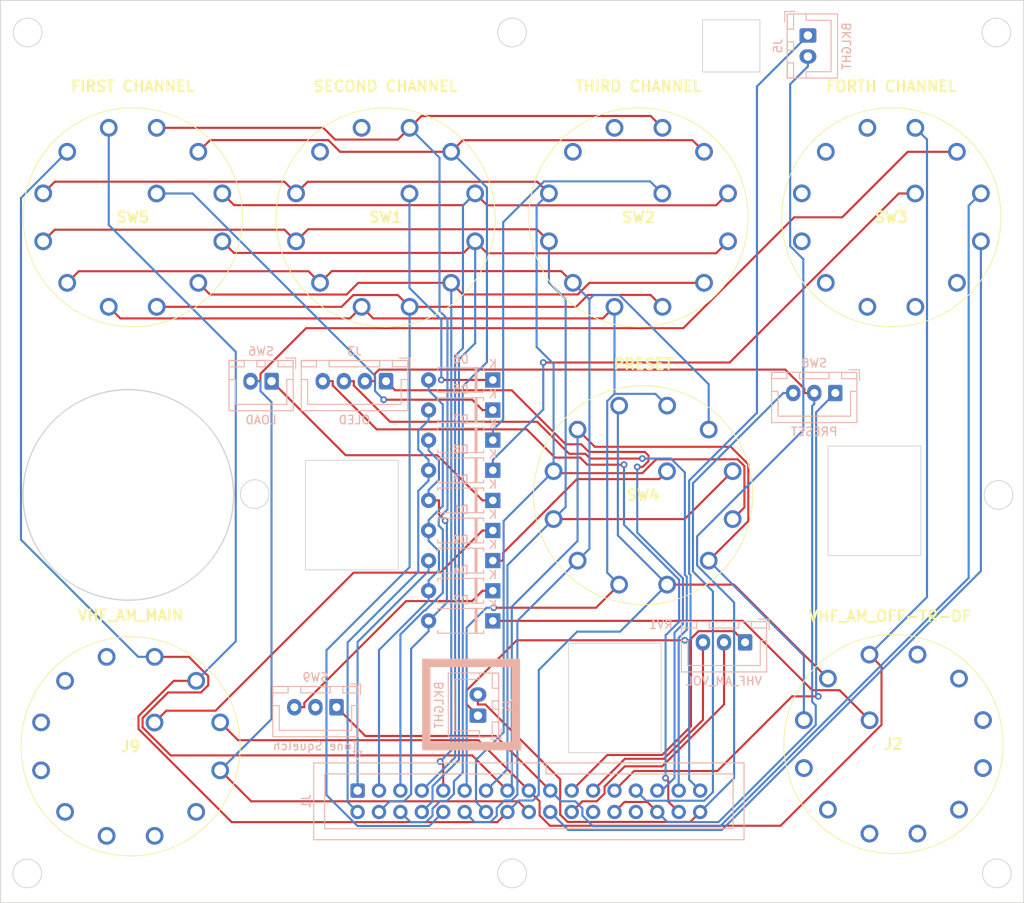
<source format=kicad_pcb>
(kicad_pcb (version 20240108) (generator "pcbnew") (generator_version "8.0")
  (layers (0 "F.Cu" signal) (31 "B.Cu" signal) (34 "B.Paste" user) (35 "F.Paste" user) (36 "B.SilkS" user "B.Silkscreen") (37 "F.SilkS" user "F.Silkscreen") (38 "B.Mask" user) (39 "F.Mask" user) (44 "Edge.Cuts" user))
  (net 0 "")
  (net 1 "Net-(D1-K)")
  (net 2 "COL5")
  (net 3 "Net-(D2-K)")
  (net 4 "Net-(D3-K)")
  (net 5 "Net-(D4-K)")
  (net 6 "COL6")
  (net 7 "Net-(D9-K)")
  (net 8 "+5V")
  (net 9 "COL4")
  (net 10 "GND")
  (net 11 "COL3")
  (net 12 "ROW0")
  (net 13 "ROW1")
  (net 14 "VHF_FM_OLED_SD")
  (net 15 "ROW15")
  (net 16 "ROW14")
  (net 17 "ROW5")
  (net 18 "Net-(D5-K)")
  (net 20 "ROW8")
  (net 21 "ROW2")
  (net 22 "Net-(D6-K)")
  (net 23 "ROW12")
  (net 24 "Net-(D7-K)")
  (net 25 "Net-(D8-K)")
  (net 26 "ROW9")
  (net 28 "ROW4")
  (net 30 "ROW11")
  (net 31 "ANALOG_5V")
  (net 32 "ROW13")
  (net 36 "BACKLIGHT_-V")
  (net 37 "ROW6")
  (net 43 "ROW3")
  (net 46 "ROW10")
  (net 47 "ROW7")
  (net 48 "+12V")
  (net 51 "ANALOG_GND")
  (net 52 "VHF_FM_PRESET_B")
  (net 70 "VHF_FM_OLED_SC")
  (net 71 "VHF_FM_VOL")
  (net 72 "VHF_FM_PRESET_A")
  (footprint "Footprint Library:ALPHA 12 POS" (layer "F.Cu") (at 170.503 134.503 90)
    (property "Reference" "J2")
    (property "Value" "VHF_AM_OFF-TR-DF")
  )
  (footprint "Footprint Library:ALPHA 12 POS" (layer "F.Cu") (at 132.475 58.5)
    (property "Reference" "SW2")
    (property "Value" "THIRD CHANNEL")
  )
  (footprint "Footprint Library:ALPHA 12 POS" (layer "F.Cu") (at 72.225 121.3)
    (property "Reference" "J9")
    (property "Value" "VHF_AM_MAIN")
  )
  (footprint "Footprint Library:ALPHA 12 POS" (layer "F.Cu") (at 72.475 58.5)
    (property "Reference" "SW5")
    (property "Value" "FIRST CHANNEL")
  )
  (footprint "Footprint Library:ALPHA 12 POS" (layer "F.Cu") (at 162.475 58.5)
    (property "Reference" "SW3")
    (property "Value" "FORTH CHANNEL")
  )
  (footprint "Footprint Library:ALPHA 12 POS" (layer "F.Cu") (at 102.475 58.5)
    (property "Reference" "SW1")
    (property "Value" "SECOND CHANNEL")
  )
  (footprint "Footprint Library:ALPHA 12 POS" (layer "F.Cu") (at 133.028 91.475)
    (property "Reference" "SW4")
    (property "Value" "PRESET")
  )
  (footprint "Diode_THT:D_A-405_P7.62mm_Horizontal" (layer "B.Cu") (at 125.82 80.65 180)
    (property "Reference" "D6")
    (property "Value" "D")
  )
  (footprint "Connector_JST:JST_XH_B2B-XH-A_1x02_P2.50mm_Vertical" (layer "B.Cu") (at 163.2 39.76 -90)
    (property "Reference" "J5")
    (property "Value" "BKLGHT")
  )
  (footprint "Connector_JST:JST_XH_B3B-XH-A_1x03_P2.50mm_Vertical" (layer "B.Cu") (at 155.75 111.8 180)
    (property "Reference" "RV1")
    (property "Value" "VHF_AM_VOL")
  )
  (footprint "Diode_THT:D_A-405_P7.62mm_Horizontal" (layer "B.Cu") (at 125.82 105.675 180)
    (property "Reference" "D4")
    (property "Value" "D")
  )
  (footprint "Diode_THT:D_A-405_P7.62mm_Horizontal" (layer "B.Cu") (at 125.82 87.8 180)
    (property "Reference" "D7")
    (property "Value" "D")
  )
  (footprint "Diode_THT:D_A-405_P7.62mm_Horizontal" (layer "B.Cu") (at 125.82 102.1 180)
    (property "Reference" "D9")
    (property "Value" "D")
  )
  (footprint "Connector_JST:JST_XH_B3B-XH-A_1x03_P2.50mm_Vertical" (layer "B.Cu") (at 166.455 82.2 180)
    (property "Reference" "SW8")
    (property "Value" "PRESET")
  )
  (footprint "Connector_JST:JST_XH_B4B-XH-A_1x04_P2.50mm_Vertical" (layer "B.Cu") (at 113.15 80.8 180)
    (property "Reference" "J3")
    (property "Value" "OLED")
  )
  (footprint "Diode_THT:D_A-405_P7.62mm_Horizontal" (layer "B.Cu") (at 125.82 109.25 180)
    (property "Reference" "D2")
    (property "Value" "D")
  )
  (footprint "Connector_JST:JST_XH_B2B-XH-A_1x02_P2.50mm_Vertical" (layer "B.Cu") (at 124.05 120.5 90)
    (property "Reference" "J4")
    (property "Value" "BKLGHT")
  )
  (footprint "Diode_THT:D_A-405_P7.62mm_Horizontal" (layer "B.Cu") (at 125.82 91.375 180)
    (property "Reference" "D8")
    (property "Value" "D")
  )
  (footprint "Diode_THT:D_A-405_P7.62mm_Horizontal" (layer "B.Cu") (at 125.82 98.525 180)
    (property "Reference" "D1")
    (property "Value" "D")
  )
  (footprint "Diode_THT:D_A-405_P7.62mm_Horizontal" (layer "B.Cu") (at 125.82 84.225 180)
    (property "Reference" "D5")
    (property "Value" "D")
  )
  (footprint "Connector_JST:JST_XH_B3B-XH-A_1x03_P2.50mm_Vertical" (layer "B.Cu") (at 107.275 119.5 180)
    (property "Reference" "SW9")
    (property "Value" "Tone Squelch")
  )
  (footprint "Diode_THT:D_A-405_P7.62mm_Horizontal" (layer "B.Cu") (at 125.82 94.95 180)
    (property "Reference" "D3")
    (property "Value" "D")
  )
  (footprint "Connector_IDC:IDC-Header_2x17_P2.54mm_Vertical" (layer "B.Cu") (at 109.775 129.4 -90)
    (property "Reference" "J1")
    (property "Value" "VHF_FM")
  )
  (footprint "Connector_JST:JST_XH_B2B-XH-A_1x02_P2.50mm_Vertical" (layer "B.Cu") (at 99.575 80.8 180)
    (property "Reference" "SW6")
    (property "Value" "LOAD")
  )
  (gr_rect (start 118.280351 113.81) (end 128.965751 114.67) (stroke (width 0.15)) (fill solid) (layer "B.SilkS"))
  (gr_rect (start 117.5646 123.69) (end 129.15 124.55) (stroke (width 0.15)) (fill solid) (layer "B.SilkS"))
  (gr_rect (start 117.5 113.825) (end 118.36 124.475) (stroke (width 0.15)) (fill solid) (layer "B.SilkS"))
  (gr_rect (start 128.118051 114.33) (end 128.978051 124.37) (stroke (width 0.15)) (fill solid) (layer "B.SilkS"))
  (gr_circle (center 185.563058 39.403884) (end 187.266942 39.403884) (stroke (width 0.1)) (fill none) (layer "Edge.Cuts"))
  (gr_circle (center 128.1 39.403884) (end 129.803884 39.403884) (stroke (width 0.1)) (fill none) (layer "Edge.Cuts"))
  (gr_circle (center 82.571399 94.3) (end 95.067798 94.3) (stroke (width 0.15)) (fill none) (layer "Edge.Cuts"))
  (gr_circle (center 185.615 139.23) (end 187.318884 139.23) (stroke (width 0.1)) (fill none) (layer "Edge.Cuts"))
  (gr_rect (start 67.4 35.6) (end 188.8 142.7) (stroke (width 0.1)) (fill none) (layer "Edge.Cuts"))
  (gr_rect (start 103.6 90.2) (end 114.6 103.2) (stroke (width 0.1)) (fill none) (layer "Edge.Cuts"))
  (gr_circle (center 97.575 94.2) (end 99.278884 94.2) (stroke (width 0.1)) (fill none) (layer "Edge.Cuts"))
  (gr_circle (center 70.636942 39.403884) (end 72.340826 39.403884) (stroke (width 0.1)) (fill none) (layer "Edge.Cuts"))
  (gr_rect (start 134.8 111.9) (end 145.8 124.9) (stroke (width 0.1)) (fill none) (layer "Edge.Cuts"))
  (gr_circle (center 70.585 139.23) (end 72.288884 139.23) (stroke (width 0.1)) (fill none) (layer "Edge.Cuts"))
  (gr_circle (center 185.813058 94.3) (end 187.516942 94.3) (stroke (width 0.1)) (fill none) (layer "Edge.Cuts"))
  (gr_rect (start 165.6 88.5) (end 176.6 101.5) (stroke (width 0.1)) (fill none) (layer "Edge.Cuts"))
  (gr_circle (center 128.1 139.23) (end 129.803884 139.23) (stroke (width 0.1)) (fill none) (layer "Edge.Cuts"))
  (gr_rect (start 150.7 37.9) (end 157.5 44.1) (stroke (width 0.1)) (fill none) (layer "Edge.Cuts"))
  (segment (start 109.305 103.5252) (end 92.9174 119.9128) (width 0.25) (layer "F.Cu") (net 1))
  (segment (start 92.9174 119.9128) (end 87.0842 119.9128) (width 0.25) (layer "F.Cu") (net 1))
  (segment (start 87.0842 119.9128) (end 85.678 121.319) (width 0.25) (layer "F.Cu") (net 1))
  (segment (start 119.5931 103.5252) (end 109.305 103.5252) (width 0.25) (layer "F.Cu") (net 1))
  (segment (start 124.5933 98.525) (end 119.5931 103.5252) (width 0.25) (layer "F.Cu") (net 1))
  (segment (start 125.82 98.525) (end 124.5933 98.525) (width 0.25) (layer "F.Cu") (net 1))
  (segment (start 118.2 105.675) (end 118.2 104.4483) (width 0.25) (layer "B.Cu") (net 2))
  (segment (start 119.8811 83.5578) (end 119.8811 95.6172) (width 0.25) (layer "B.Cu") (net 2))
  (segment (start 118.2 99.1383) (end 118.2 99.7517) (width 0.25) (layer "B.Cu") (net 2))
  (segment (start 119.4267 103.2216) (end 118.2 104.4483) (width 0.25) (layer "B.Cu") (net 2))
  (segment (start 118.2 99.7517) (end 119.4267 100.9784) (width 0.25) (layer "B.Cu") (net 2))
  (segment (start 118.2 105.675) (end 118.2 106.9017) (width 0.25) (layer "B.Cu") (net 2))
  (segment (start 112.315 112.71) (end 118.1233 106.9017) (width 0.25) (layer "B.Cu") (net 2))
  (segment (start 118.2 98.525) (end 118.2 97.2983) (width 0.25) (layer "B.Cu") (net 2))
  (segment (start 118.2 99.1383) (end 118.2 98.525) (width 0.25) (layer "B.Cu") (net 2))
  (segment (start 119.8811 95.6172) (end 118.2 97.2983) (width 0.25) (layer "B.Cu") (net 2))
  (segment (start 118.1233 106.9017) (end 118.2 106.9017) (width 0.25) (layer "B.Cu") (net 2))
  (segment (start 119.4267 100.9784) (end 119.4267 103.2216) (width 0.25) (layer "B.Cu") (net 2))
  (segment (start 118.2 81.8767) (end 119.8811 83.5578) (width 0.25) (layer "B.Cu") (net 2))
  (segment (start 112.315 129.4) (end 112.315 112.71) (width 0.25) (layer "B.Cu") (net 2))
  (segment (start 118.2 80.65) (end 118.2 81.8767) (width 0.25) (layer "B.Cu") (net 2))
  (segment (start 155.4783 109.25) (end 125.82 109.25) (width 0.25) (layer "F.Cu") (net 3))
  (segment (start 163.7115 117.4832) (end 155.4783 109.25) (width 0.25) (layer "F.Cu") (net 3))
  (segment (start 166.9552 117.4832) (end 163.7115 117.4832) (width 0.25) (layer "F.Cu") (net 3))
  (segment (start 170.522 121.05) (end 166.9552 117.4832) (width 0.25) (layer "F.Cu") (net 3))
  (segment (start 125.82 94.95) (end 124.5933 94.95) (width 0.25) (layer "F.Cu") (net 4))
  (segment (start 119.2308 89.5875) (end 108.3625 89.5875) (width 0.25) (layer "F.Cu") (net 4))
  (segment (start 108.3625 89.5875) (end 99.575 80.8) (width 0.25) (layer "F.Cu") (net 4))
  (segment (start 124.5933 94.95) (end 119.2308 89.5875) (width 0.25) (layer "F.Cu") (net 4))
  (segment (start 103.4517 118.9852) (end 103.4517 119.5) (width 0.25) (layer "F.Cu") (net 5))
  (segment (start 123.3666 106.9017) (end 115.5352 106.9017) (width 0.25) (layer "F.Cu") (net 5))
  (segment (start 115.5352 106.9017) (end 103.4517 118.9852) (width 0.25) (layer "F.Cu") (net 5))
  (segment (start 102.275 119.5) (end 103.4517 119.5) (width 0.25) (layer "F.Cu") (net 5))
  (segment (start 125.82 105.675) (end 124.5933 105.675) (width 0.25) (layer "F.Cu") (net 5))
  (segment (start 124.5933 105.675) (end 123.3666 106.9017) (width 0.25) (layer "F.Cu") (net 5))
  (segment (start 119.4267 96.6213) (end 120.1594 97.354) (width 0.25) (layer "F.Cu") (net 6))
  (segment (start 119.4267 94.95) (end 119.4267 96.6213) (width 0.25) (layer "F.Cu") (net 6))
  (segment (start 118.2 94.95) (end 119.4267 94.95) (width 0.25) (layer "F.Cu") (net 6))
  (via (at 120.1594 97.354) (size 0.8) (drill 0.4) (layers "F.Cu" "B.Cu") (net 6))
  (segment (start 112.315 131.94) (end 113.585 130.67) (width 0.25) (layer "B.Cu") (net 6))
  (segment (start 118.2 109.25) (end 118.2 110.4767) (width 0.25) (layer "B.Cu") (net 6))
  (segment (start 113.585 130.67) (end 115.2859 130.67) (width 0.25) (layer "B.Cu") (net 6))
  (segment (start 116.125 112.5517) (end 118.2 110.4767) (width 0.25) (layer "B.Cu") (net 6))
  (segment (start 119.4286 92.4947) (end 119.4286 90.2553) (width 0.25) (layer "B.Cu") (net 6))
  (segment (start 118.2 87.8) (end 118.2 89.0267) (width 0.25) (layer "B.Cu") (net 6))
  (segment (start 116.125 129.8309) (end 116.125 112.5517) (width 0.25) (layer "B.Cu") (net 6))
  (segment (start 120.3692 97.5638) (end 120.1594 97.354) (width 0.25) (layer "B.Cu") (net 6))
  (segment (start 118.2 93.7233) (end 119.4286 92.4947) (width 0.25) (layer "B.Cu") (net 6))
  (segment (start 115.2859 130.67) (end 116.125 129.8309) (width 0.25) (layer "B.Cu") (net 6))
  (segment (start 119.4286 90.2553) (end 118.2 89.0267) (width 0.25) (layer "B.Cu") (net 6))
  (segment (start 118.2 109.25) (end 120.3692 107.0808) (width 0.25) (layer "B.Cu") (net 6))
  (segment (start 118.2 94.95) (end 118.2 93.7233) (width 0.25) (layer "B.Cu") (net 6))
  (segment (start 120.3692 107.0808) (end 120.3692 97.5638) (width 0.25) (layer "B.Cu") (net 6))
  (segment (start 145.5518 92.4232) (end 146.481 91.494) (width 0.25) (layer "F.Cu") (net 7))
  (segment (start 125.82 102.1) (end 127.0467 102.1) (width 0.25) (layer "F.Cu") (net 7))
  (segment (start 135.8035 92.4232) (end 145.5518 92.4232) (width 0.25) (layer "F.Cu") (net 7))
  (segment (start 127.0467 102.1) (end 127.0467 101.18) (width 0.25) (layer "F.Cu") (net 7))
  (segment (start 127.0467 101.18) (end 135.8035 92.4232) (width 0.25) (layer "F.Cu") (net 7))
  (segment (start 128.0516 81.8767) (end 134.4678 88.2929) (width 0.25) (layer "F.Cu") (net 8))
  (segment (start 113.15 80.8) (end 114.2267 81.8767) (width 0.25) (layer "F.Cu") (net 8))
  (segment (start 144.2901 89.6317) (end 144.2901 90.2849) (width 0.25) (layer "F.Cu") (net 8))
  (segment (start 137.2203 89.1973) (end 143.8557 89.1973) (width 0.25) (layer "F.Cu") (net 8))
  (segment (start 143.6014 90.9736) (end 142.9543 90.9736) (width 0.25) (layer "F.Cu") (net 8))
  (segment (start 143.8557 89.1973) (end 144.2901 89.6317) (width 0.25) (layer "F.Cu") (net 8))
  (segment (start 134.4678 88.2929) (end 136.3159 88.2929) (width 0.25) (layer "F.Cu") (net 8))
  (segment (start 136.3159 88.2929) (end 137.2203 89.1973) (width 0.25) (layer "F.Cu") (net 8))
  (segment (start 144.2901 90.2849) (end 143.6014 90.9736) (width 0.25) (layer "F.Cu") (net 8))
  (segment (start 114.2267 81.8767) (end 128.0516 81.8767) (width 0.25) (layer "F.Cu") (net 8))
  (via (at 142.9543 90.9736) (size 0.8) (drill 0.4) (layers "F.Cu" "B.Cu") (net 8))
  (segment (start 145.335 129.4) (end 145.864 129.4) (width 0.25) (layer "B.Cu") (net 8))
  (segment (start 148.3733 104.1906) (end 142.9543 98.7716) (width 0.25) (layer "B.Cu") (net 8))
  (segment (start 148.3733 109.6401) (end 148.3733 104.1906) (width 0.25) (layer "B.Cu") (net 8))
  (segment (start 147.3769 110.6365) (end 148.3733 109.6401) (width 0.25) (layer "B.Cu") (net 8))
  (segment (start 147.3769 127.8871) (end 147.3769 110.6365) (width 0.25) (layer "B.Cu") (net 8))
  (segment (start 145.864 129.4) (end 147.3769 127.8871) (width 0.25) (layer "B.Cu") (net 8))
  (segment (start 142.9543 98.7716) (end 142.9543 90.9736) (width 0.25) (layer "B.Cu") (net 8))
  (segment (start 118.2 91.375) (end 118.2 92.6017) (width 0.25) (layer "B.Cu") (net 9))
  (segment (start 116.9733 88.9216) (end 118.2 90.1483) (width 0.25) (layer "B.Cu") (net 9))
  (segment (start 118.2 85.4517) (end 116.9733 86.6784) (width 0.25) (layer "B.Cu") (net 9))
  (segment (start 108.5899 130.7549) (end 108.5899 111.809) (width 0.25) (layer "B.Cu") (net 9))
  (segment (start 116.9733 103.4256) (end 116.9733 93.8284) (width 0.25) (layer "B.Cu") (net 9))
  (segment (start 118.2 84.225) (end 118.2 85.4517) (width 0.25) (layer "B.Cu") (net 9))
  (segment (start 108.5899 111.809) (end 116.9733 103.4256) (width 0.25) (layer "B.Cu") (net 9))
  (segment (start 118.2 91.375) (end 118.2 90.1483) (width 0.25) (layer "B.Cu") (net 9))
  (segment (start 116.9733 86.6784) (end 116.9733 88.9216) (width 0.25) (layer "B.Cu") (net 9))
  (segment (start 109.775 131.94) (end 108.5899 130.7549) (width 0.25) (layer "B.Cu") (net 9))
  (segment (start 116.9733 93.8284) (end 118.2 92.6017) (width 0.25) (layer "B.Cu") (net 9))
  (segment (start 110.65 80.8) (end 111.8267 80.8) (width 0.25) (layer "F.Cu") (net 10))
  (segment (start 111.8267 79.9175) (end 111.8267 80.8) (width 0.25) (layer "F.Cu") (net 10))
  (segment (start 145.335 131.94) (end 144.1444 130.7494) (width 0.25) (layer "F.Cu") (net 10))
  (segment (start 160.5164 79.4233) (end 112.3209 79.4233) (width 0.25) (layer "F.Cu") (net 10))
  (segment (start 162.7783 82.2) (end 162.7783 81.6852) (width 0.25) (layer "F.Cu") (net 10))
  (segment (start 162.7783 81.6852) (end 160.5164 79.4233) (width 0.25) (layer "F.Cu") (net 10))
  (segment (start 163.955 82.2) (end 162.7783 82.2) (width 0.25) (layer "F.Cu") (net 10))
  (segment (start 144.1444 130.7494) (end 141.4456 130.7494) (width 0.25) (layer "F.Cu") (net 10))
  (segment (start 141.4456 130.7494) (end 140.255 131.94) (width 0.25) (layer "F.Cu") (net 10))
  (segment (start 112.3209 79.4233) (end 111.8267 79.9175) (width 0.25) (layer "F.Cu") (net 10))
  (segment (start 152.5977 133.1434) (end 146.5384 133.1434) (width 0.25) (layer "B.Cu") (net 10))
  (segment (start 163.955 83.5017) (end 163.7049 83.7518) (width 0.25) (layer "B.Cu") (net 10))
  (segment (start 163.955 82.2) (end 163.955 83.5017) (width 0.25) (layer "B.Cu") (net 10))
  (segment (start 163.7049 118.8682) (end 164.1329 119.2962) (width 0.25) (layer "B.Cu") (net 10))
  (segment (start 164.1329 119.2962) (end 164.1329 121.6082) (width 0.25) (layer "B.Cu") (net 10))
  (segment (start 164.1329 121.6082) (end 152.5977 133.1434) (width 0.25) (layer "B.Cu") (net 10))
  (segment (start 146.5384 133.1434) (end 145.335 131.94) (width 0.25) (layer "B.Cu") (net 10))
  (segment (start 163.7049 83.7518) (end 163.7049 118.8682) (width 0.25) (layer "B.Cu") (net 10))
  (segment (start 118.2 102.1) (end 118.2 103.3267) (width 0.25) (layer "B.Cu") (net 11))
  (segment (start 109.775 129.4) (end 109.775 111.7517) (width 0.25) (layer "B.Cu") (net 11))
  (segment (start 109.775 111.7517) (end 118.2 103.3267) (width 0.25) (layer "B.Cu") (net 11))
  (segment (start 107.111 52.1233) (end 114.5457 52.1233) (width 0.25) (layer "F.Cu") (net 12))
  (segment (start 114.5457 52.1233) (end 115.947 50.722) (width 0.25) (layer "F.Cu") (net 12))
  (segment (start 144.5416 49.3166) (end 145.947 50.722) (width 0.25) (layer "F.Cu") (net 12))
  (segment (start 85.947 50.722) (end 105.7097 50.722) (width 0.25) (layer "F.Cu") (net 12))
  (segment (start 115.947 50.722) (end 117.3524 49.3166) (width 0.25) (layer "F.Cu") (net 12))
  (segment (start 105.7097 50.722) (end 107.111 52.1233) (width 0.25) (layer "F.Cu") (net 12))
  (segment (start 117.3524 49.3166) (end 144.5416 49.3166) (width 0.25) (layer "F.Cu") (net 12))
  (segment (start 119.8881 105.9171) (end 117.7861 108.0191) (width 0.25) (layer "B.Cu") (net 12))
  (segment (start 120.4357 73.4067) (end 120.4357 96.0342) (width 0.25) (layer "B.Cu") (net 12))
  (segment (start 119.3996 97.0703) (end 119.3996 97.9326) (width 0.25) (layer "B.Cu") (net 12))
  (segment (start 114.855 110.8601) (end 114.855 129.4) (width 0.25) (layer "B.Cu") (net 12))
  (segment (start 117.7861 108.0191) (end 117.696 108.0191) (width 0.25) (layer "B.Cu") (net 12))
  (segment (start 119.4953 54.2703) (end 119.4953 72.4663) (width 0.25) (layer "B.Cu") (net 12))
  (segment (start 120.4357 96.0342) (end 119.3996 97.0703) (width 0.25) (layer "B.Cu") (net 12))
  (segment (start 117.696 108.0191) (end 114.855 110.8601) (width 0.25) (layer "B.Cu") (net 12))
  (segment (start 115.947 50.722) (end 119.4953 54.2703) (width 0.25) (layer "B.Cu") (net 12))
  (segment (start 119.8881 98.4211) (end 119.8881 105.9171) (width 0.25) (layer "B.Cu") (net 12))
  (segment (start 119.4953 72.4663) (end 120.4357 73.4067) (width 0.25) (layer "B.Cu") (net 12))
  (segment (start 119.3996 97.9326) (end 119.8881 98.4211) (width 0.25) (layer "B.Cu") (net 12))
  (segment (start 122.2578 52.1892) (end 149.4982 52.1892) (width 0.25) (layer "F.Cu") (net 13))
  (segment (start 149.4982 52.1892) (end 150.878 53.569) (width 0.25) (layer "F.Cu") (net 13))
  (segment (start 92.2674 52.1796) (end 106.3033 52.1796) (width 0.25) (layer "F.Cu") (net 13))
  (segment (start 120.878 53.569) (end 122.2578 52.1892) (width 0.25) (layer "F.Cu") (net 13))
  (segment (start 107.6927 53.569) (end 120.878 53.569) (width 0.25) (layer "F.Cu") (net 13))
  (segment (start 106.3033 52.1796) (end 107.6927 53.569) (width 0.25) (layer "F.Cu") (net 13))
  (segment (start 90.878 53.569) (end 92.2674 52.1796) (width 0.25) (layer "F.Cu") (net 13))
  (segment (start 122.2505 127.2542) (end 121.205 128.2997) (width 0.25) (layer "B.Cu") (net 13))
  (segment (start 122.2505 81.4123) (end 122.2505 127.2542) (width 0.25) (layer "B.Cu") (net 13))
  (segment (start 118.665 131.5459) (end 118.665 132.3605) (width 0.25) (layer "B.Cu") (net 13))
  (segment (start 119.5781 130.6328) (end 118.665 131.5459) (width 0.25) (layer "B.Cu") (net 13))
  (segment (start 121.205 128.2997) (end 121.205 129.7986) (width 0.25) (layer "B.Cu") (net 13))
  (segment (start 117.885 133.1405) (end 116.0555 133.1405) (width 0.25) (layer "B.Cu") (net 13))
  (segment (start 125.1218 78.541) (end 122.2505 81.4123) (width 0.25) (layer "B.Cu") (net 13))
  (segment (start 121.205 129.7986) (end 120.3708 130.6328) (width 0.25) (layer "B.Cu") (net 13))
  (segment (start 120.878 53.569) (end 125.1218 57.8128) (width 0.25) (layer "B.Cu") (net 13))
  (segment (start 120.3708 130.6328) (end 119.5781 130.6328) (width 0.25) (layer "B.Cu") (net 13))
  (segment (start 118.665 132.3605) (end 117.885 133.1405) (width 0.25) (layer "B.Cu") (net 13))
  (segment (start 125.1218 57.8128) (end 125.1218 78.541) (width 0.25) (layer "B.Cu") (net 13))
  (segment (start 116.0555 133.1405) (end 114.855 131.94) (width 0.25) (layer "B.Cu") (net 13))
  (segment (start 133.1926 89.8686) (end 129.8449 86.5209) (width 0.25) (layer "F.Cu") (net 14))
  (segment (start 147.875 131.94) (end 146.6326 130.6976) (width 0.25) (layer "F.Cu") (net 14))
  (segment (start 112.037 86.5209) (end 106.8267 81.3106) (width 0.25) (layer "F.Cu") (net 14))
  (segment (start 141.3818 90.7117) (end 137.0211 90.7117) (width 0.25) (layer "F.Cu") (net 14))
  (segment (start 137.0211 90.7117) (end 136.178 89.8686) (width 0.25) (layer "F.Cu") (net 14))
  (segment (start 105.65 80.8) (end 106.8267 80.8) (width 0.25) (layer "F.Cu") (net 14))
  (segment (start 136.178 89.8686) (end 133.1926 89.8686) (width 0.25) (layer "F.Cu") (net 14))
  (segment (start 146.6326 130.6976) (end 146.6326 128.2248) (width 0.25) (layer "F.Cu") (net 14))
  (segment (start 146.6326 128.2248) (end 146.3168 127.909) (width 0.25) (layer "F.Cu") (net 14))
  (segment (start 106.8267 81.3106) (end 106.8267 80.8) (width 0.25) (layer "F.Cu") (net 14))
  (segment (start 129.8449 86.5209) (end 112.037 86.5209) (width 0.25) (layer "F.Cu") (net 14))
  (via (at 146.3168 127.909) (size 0.8) (drill 0.4) (layers "F.Cu" "B.Cu") (net 14))
  (via (at 141.3818 90.7117) (size 0.8) (drill 0.4) (layers "F.Cu" "B.Cu") (net 14))
  (segment (start 147.9216 109.3624) (end 146.3168 110.9672) (width 0.25) (layer "B.Cu") (net 14))
  (segment (start 147.9216 104.3798) (end 147.9216 109.3624) (width 0.25) (layer "B.Cu") (net 14))
  (segment (start 141.3818 97.84) (end 147.9216 104.3798) (width 0.25) (layer "B.Cu") (net 14))
  (segment (start 141.3818 90.7117) (end 141.3818 97.84) (width 0.25) (layer "B.Cu") (net 14))
  (segment (start 146.3168 110.9672) (end 146.3168 127.909) (width 0.25) (layer "B.Cu") (net 14))
  (segment (start 134.7685 134.0735) (end 152.9877 134.0735) (width 0.25) (layer "B.Cu") (net 15))
  (segment (start 183.725 103.3362) (end 183.725 64.194) (width 0.25) (layer "B.Cu") (net 15))
  (segment (start 132.635 131.94) (end 134.7685 134.0735) (width 0.25) (layer "B.Cu") (net 15))
  (segment (start 152.9877 134.0735) (end 183.725 103.3362) (width 0.25) (layer "B.Cu") (net 15))
  (segment (start 126.1496 122.9146) (end 110.6896 122.9146) (width 0.25) (layer "F.Cu") (net 16))
  (segment (start 132.635 129.4) (end 126.1496 122.9146) (width 0.25) (layer "F.Cu") (net 16))
  (segment (start 110.6896 122.9146) (end 107.275 119.5) (width 0.25) (layer "F.Cu") (net 16))
  (segment (start 182.2717 104.1484) (end 152.7983 133.6218) (width 0.25) (layer "B.Cu") (net 16))
  (segment (start 183.725 58.5) (end 182.2717 59.9533) (width 0.25) (layer "B.Cu") (net 16))
  (segment (start 152.7983 133.6218) (end 137.6994 133.6218) (width 0.25) (layer "B.Cu") (net 16))
  (segment (start 133.905 130.67) (end 132.635 129.4) (width 0.25) (layer "B.Cu") (net 16))
  (segment (start 136.445 131.5091) (end 135.6059 130.67) (width 0.25) (layer "B.Cu") (net 16))
  (segment (start 135.6059 130.67) (end 133.905 130.67) (width 0.25) (layer "B.Cu") (net 16))
  (segment (start 182.2717 59.9533) (end 182.2717 104.1484) (width 0.25) (layer "B.Cu") (net 16))
  (segment (start 137.6994 133.6218) (end 136.445 132.3674) (width 0.25) (layer "B.Cu") (net 16))
  (segment (start 136.445 132.3674) (end 136.445 131.5091) (width 0.25) (layer "B.Cu") (net 16))
  (segment (start 107.8697 71.972) (end 85.947 71.972) (width 0.25) (layer "F.Cu") (net 17))
  (segment (start 115.947 71.972) (end 114.545 70.57) (width 0.25) (layer "F.Cu") (net 17))
  (segment (start 114.545 70.57) (end 109.2717 70.57) (width 0.25) (layer "F.Cu") (net 17))
  (segment (start 137.111 70.5591) (end 135.6981 71.972) (width 0.25) (layer "F.Cu") (net 17))
  (segment (start 145.947 71.972) (end 144.5341 70.5591) (width 0.25) (layer "F.Cu") (net 17))
  (segment (start 135.6981 71.972) (end 115.947 71.972) (width 0.25) (layer "F.Cu") (net 17))
  (segment (start 144.5341 70.5591) (end 137.111 70.5591) (width 0.25) (layer "F.Cu") (net 17))
  (segment (start 109.2717 70.57) (end 107.8697 71.972) (width 0.25) (layer "F.Cu") (net 17))
  (segment (start 109.7602 133.5991) (end 118.2759 133.5991) (width 0.25) (layer "B.Cu") (net 17))
  (segment (start 106.0815 112.7393) (end 106.0815 129.9204) (width 0.25) (layer "B.Cu") (net 17))
  (segment (start 106.0815 129.9204) (end 109.7602 133.5991) (width 0.25) (layer "B.Cu") (net 17))
  (segment (start 115.947 71.972) (end 115.947 102.8738) (width 0.25) (layer "B.Cu") (net 17))
  (segment (start 115.947 102.8738) (end 106.0815 112.7393) (width 0.25) (layer "B.Cu") (net 17))
  (segment (start 118.2759 133.5991) (end 119.935 131.94) (width 0.25) (layer "B.Cu") (net 17))
  (segment (start 112.8723 82.9971) (end 123.3654 82.9971) (width 0.25) (layer "F.Cu") (net 18))
  (segment (start 123.3654 82.9971) (end 124.5933 84.225) (width 0.25) (layer "F.Cu") (net 18))
  (segment (start 125.82 84.225) (end 124.5933 84.225) (width 0.25) (layer "F.Cu") (net 18))
  (via (at 112.8723 82.9971) (size 0.8) (drill 0.4) (layers "F.Cu" "B.Cu") (net 18))
  (segment (start 90.1998 58.519) (end 111.8429 80.1621) (width 0.25) (layer "B.Cu") (net 18))
  (segment (start 111.8429 81.9677) (end 112.8723 82.9971) (width 0.25) (layer "B.Cu") (net 18))
  (segment (start 85.928 58.519) (end 90.1998 58.519) (width 0.25) (layer "B.Cu") (net 18))
  (segment (start 111.8429 80.1621) (end 111.8429 81.9677) (width 0.25) (layer "B.Cu") (net 18))
  (segment (start 133.028 97.169) (end 148.584 97.169) (width 0.25) (layer "F.Cu") (net 20))
  (segment (start 131.045 62.764) (end 132.475 64.194) (width 0.25) (layer "F.Cu") (net 20))
  (segment (start 103.905 62.764) (end 131.045 62.764) (width 0.25) (layer "F.Cu") (net 20))
  (segment (start 73.8518 62.8172) (end 72.475 64.194) (width 0.25) (layer "F.Cu") (net 20))
  (segment (start 101.0982 62.8172) (end 73.8518 62.8172) (width 0.25) (layer "F.Cu") (net 20))
  (segment (start 148.584 97.169) (end 154.278 91.475) (width 0.25) (layer "F.Cu") (net 20))
  (segment (start 102.475 64.194) (end 101.0982 62.8172) (width 0.25) (layer "F.Cu") (net 20))
  (segment (start 102.475 64.194) (end 103.905 62.764) (width 0.25) (layer "F.Cu") (net 20))
  (segment (start 133.028 97.169) (end 127.5521 102.6449) (width 0.25) (layer "B.Cu") (net 20))
  (segment (start 132.475 69.0815) (end 132.475 64.194) (width 0.25) (layer "B.Cu") (net 20))
  (segment (start 134.459 95.738) (end 134.459 71.0655) (width 0.25) (layer "B.Cu") (net 20))
  (segment (start 127.5521 102.6449) (end 127.5521 126.8629) (width 0.25) (layer "B.Cu") (net 20))
  (segment (start 133.028 97.169) (end 134.459 95.738) (width 0.25) (layer "B.Cu") (net 20))
  (segment (start 134.459 71.0655) (end 132.475 69.0815) (width 0.25) (layer "B.Cu") (net 20))
  (segment (start 127.5521 126.8629) (end 125.015 129.4) (width 0.25) (layer "B.Cu") (net 20))
  (segment (start 93.725 58.5) (end 95.1303 59.9053) (width 0.25) (layer "F.Cu") (net 21))
  (segment (start 122.3197 59.9053) (end 123.725 58.5) (width 0.25) (layer "F.Cu") (net 21))
  (segment (start 95.1303 59.9053) (end 122.3197 59.9053) (width 0.25) (layer "F.Cu") (net 21))
  (segment (start 123.725 58.5) (end 125.1445 59.9195) (width 0.25) (layer "F.Cu") (net 21))
  (segment (start 152.3055 59.9195) (end 153.725 58.5) (width 0.25) (layer "F.Cu") (net 21))
  (segment (start 125.1445 59.9195) (end 152.3055 59.9195) (width 0.25) (layer "F.Cu") (net 21))
  (segment (start 122.2741 59.9509) (end 122.2741 76.8748) (width 0.25) (layer "B.Cu") (net 21))
  (segment (start 121.3456 77.8033) (end 121.3456 125.4494) (width 0.25) (layer "B.Cu") (net 21))
  (segment (start 121.3456 125.4494) (end 117.395 129.4) (width 0.25) (layer "B.Cu") (net 21))
  (segment (start 123.725 58.5) (end 122.2741 59.9509) (width 0.25) (layer "B.Cu") (net 21))
  (segment (start 122.2741 76.8748) (end 121.3456 77.8033) (width 0.25) (layer "B.Cu") (net 21))
  (segment (start 125.82 80.65) (end 119.708 80.65) (width 0.25) (layer "F.Cu") (net 22))
  (via (at 119.708 80.65) (size 0.8) (drill 0.4) (layers "F.Cu" "B.Cu") (net 22))
  (segment (start 115.928 58.519) (end 115.928 69.7309) (width 0.25) (layer "B.Cu") (net 22))
  (segment (start 119.708 73.5109) (end 119.708 80.65) (width 0.25) (layer "B.Cu") (net 22))
  (segment (start 115.928 69.7309) (end 119.708 73.5109) (width 0.25) (layer "B.Cu") (net 22))
  (segment (start 124.1129 123.4179) (end 130.095 129.4) (width 0.25) (layer "F.Cu") (net 23))
  (segment (start 159.9498 133.5731) (end 171.9335 121.5894) (width 0.25) (layer "F.Cu") (net 23))
  (segment (start 132.5969 133.5731) (end 159.9498 133.5731) (width 0.25) (layer "F.Cu") (net 23))
  (segment (start 131.365 132.3412) (end 132.5969 133.5731) (width 0.25) (layer "F.Cu") (net 23))
  (segment (start 131.365 130.67) (end 131.365 132.3412) (width 0.25) (layer "F.Cu") (net 23))
  (segment (start 130.095 129.4) (end 131.365 130.67) (width 0.25) (layer "F.Cu") (net 23))
  (segment (start 171.9335 114.6835) (end 170.503 113.253) (width 0.25) (layer "F.Cu") (net 23))
  (segment (start 93.475 121.3) (end 95.5929 123.4179) (width 0.25) (layer "F.Cu") (net 23))
  (segment (start 95.5929 123.4179) (end 124.1129 123.4179) (width 0.25) (layer "F.Cu") (net 23))
  (segment (start 171.9335 121.5894) (end 171.9335 114.6835) (width 0.25) (layer "F.Cu") (net 23))
  (segment (start 177.3298 52.1048) (end 177.3298 106.4262) (width 0.25) (layer "B.Cu") (net 23))
  (segment (start 177.3298 106.4262) (end 170.503 113.253) (width 0.25) (layer "B.Cu") (net 23))
  (segment (start 175.947 50.722) (end 177.3298 52.1048) (width 0.25) (layer "B.Cu") (net 23))
  (segment (start 144.4905 57.0815) (end 145.928 58.519) (width 0.25) (layer "B.Cu") (net 24))
  (segment (start 125.82 87.8) (end 125.82 86.5733) (width 0.25) (layer "B.Cu") (net 24))
  (segment (start 127.0467 85.3466) (end 127.0467 61.9324) (width 0.25) (layer "B.Cu") (net 24))
  (segment (start 131.8976 57.0815) (end 144.4905 57.0815) (width 0.25) (layer "B.Cu") (net 24))
  (segment (start 127.0467 61.9324) (end 131.8976 57.0815) (width 0.25) (layer "B.Cu") (net 24))
  (segment (start 125.82 86.5733) (end 127.0467 85.3466) (width 0.25) (layer "B.Cu") (net 24))
  (segment (start 153.9163 78.5837) (end 173.981 58.519) (width 0.25) (layer "F.Cu") (net 25))
  (segment (start 173.981 58.519) (end 175.928 58.519) (width 0.25) (layer "F.Cu") (net 25))
  (segment (start 131.8041 78.5837) (end 153.9163 78.5837) (width 0.25) (layer "F.Cu") (net 25))
  (via (at 131.8041 78.5837) (size 0.8) (drill 0.4) (layers "F.Cu" "B.Cu") (net 25))
  (segment (start 125.82 90.1483) (end 131.8041 84.1642) (width 0.25) (layer "B.Cu") (net 25))
  (segment (start 125.82 91.375) (end 125.82 90.1483) (width 0.25) (layer "B.Cu") (net 25))
  (segment (start 131.8041 84.1642) (end 131.8041 78.5837) (width 0.25) (layer "B.Cu") (net 25))
  (segment (start 155.6657 90.8799) (end 155.6657 95.7813) (width 0.25) (layer "F.Cu") (net 26))
  (segment (start 73.8594 57.1156) (end 101.0906 57.1156) (width 0.25) (layer "F.Cu") (net 26))
  (segment (start 143.555 91.7196) (end 145.2002 90.0744) (width 0.25) (layer "F.Cu") (net 26))
  (segment (start 103.8517 57.1233) (end 102.475 58.5) (width 0.25) (layer "F.Cu") (net 26))
  (segment (start 154.8602 90.0744) (end 155.6657 90.8799) (width 0.25) (layer "F.Cu") (net 26))
  (segment (start 131.0983 57.1233) (end 103.8517 57.1233) (width 0.25) (layer "F.Cu") (net 26))
  (segment (start 101.0906 57.1156) (end 102.475 58.5) (width 0.25) (layer "F.Cu") (net 26))
  (segment (start 133.028 91.475) (end 133.2726 91.7196) (width 0.25) (layer "F.Cu") (net 26))
  (segment (start 133.2726 91.7196) (end 143.555 91.7196) (width 0.25) (layer "F.Cu") (net 26))
  (segment (start 132.475 58.5) (end 131.0983 57.1233) (width 0.25) (layer "F.Cu") (net 26))
  (segment (start 155.6657 95.7813) (end 154.278 97.169) (width 0.25) (layer "F.Cu") (net 26))
  (segment (start 72.475 58.5) (end 73.8594 57.1156) (width 0.25) (layer "F.Cu") (net 26))
  (segment (start 145.2002 90.0744) (end 154.8602 90.0744) (width 0.25) (layer "F.Cu") (net 26))
  (segment (start 133.028 91.475) (end 133.028 78.752) (width 0.25) (layer "B.Cu") (net 26))
  (segment (start 127.1003 97.4027) (end 133.028 91.475) (width 0.25) (layer "B.Cu") (net 26))
  (segment (start 131.0145 76.7385) (end 131.0145 59.9605) (width 0.25) (layer "B.Cu") (net 26))
  (segment (start 127.1003 122.4847) (end 127.1003 97.4027) (width 0.25) (layer "B.Cu") (net 26))
  (segment (start 131.0145 59.9605) (end 132.475 58.5) (width 0.25) (layer "B.Cu") (net 26))
  (segment (start 133.028 78.752) (end 131.0145 76.7385) (width 0.25) (layer "B.Cu") (net 26))
  (segment (start 125.015 131.94) (end 123.8244 130.7494) (width 0.25) (layer "B.Cu") (net 26))
  (segment (start 123.8244 130.7494) (end 123.8244 125.7606) (width 0.25) (layer "B.Cu") (net 26))
  (segment (start 123.8244 125.7606) (end 127.1003 122.4847) (width 0.25) (layer "B.Cu") (net 26))
  (segment (start 108.464 70.5137) (end 92.2667 70.5137) (width 0.25) (layer "F.Cu") (net 28))
  (segment (start 120.878 69.125) (end 122.2558 70.5028) (width 0.25) (layer "F.Cu") (net 28))
  (segment (start 137.2761 69.125) (end 150.878 69.125) (width 0.25) (layer "F.Cu") (net 28))
  (segment (start 119.935 129.4) (end 119.935 126.3135) (width 0.25) (layer "F.Cu") (net 28))
  (segment (start 92.2667 70.5137) (end 90.878 69.125) (width 0.25) (layer "F.Cu") (net 28))
  (segment (start 119.935 126.3135) (end 119.5695 125.948) (width 0.25) (layer "F.Cu") (net 28))
  (segment (start 122.2558 70.5028) (end 135.8983 70.5028) (width 0.25) (layer "F.Cu") (net 28))
  (segment (start 120.878 69.125) (end 109.8527 69.125) (width 0.25) (layer "F.Cu") (net 28))
  (segment (start 135.8983 70.5028) (end 137.2761 69.125) (width 0.25) (layer "F.Cu") (net 28))
  (segment (start 109.8527 69.125) (end 108.464 70.5137) (width 0.25) (layer "F.Cu") (net 28))
  (via (at 119.5695 125.948) (size 0.8) (drill 0.4) (layers "F.Cu" "B.Cu") (net 28))
  (segment (start 120.8914 69.1384) (end 120.8914 124.6261) (width 0.25) (layer "B.Cu") (net 28))
  (segment (start 120.878 69.125) (end 120.8914 69.1384) (width 0.25) (layer "B.Cu") (net 28))
  (segment (start 120.8914 124.6261) (end 119.5695 125.948) (width 0.25) (layer "B.Cu") (net 28))
  (segment (start 126.3515 133.1435) (end 127.555 131.94) (width 0.25) (layer "F.Cu") (net 30))
  (segment (start 94.842 133.1435) (end 126.3515 133.1435) (width 0.25) (layer "F.Cu") (net 30))
  (segment (start 154.419 104.947) (end 165.572 116.1) (width 0.25) (layer "F.Cu") (net 30))
  (segment (start 83.7815 122.083) (end 94.842 133.1435) (width 0.25) (layer "F.Cu") (net 30))
  (segment (start 83.7815 120.557) (end 83.7815 122.083) (width 0.25) (layer "F.Cu") (net 30))
  (segment (start 90.628 116.369) (end 87.9695 116.369) (width 0.25) (layer "F.Cu") (net 30))
  (segment (start 146.5 104.947) (end 154.419 104.947) (width 0.25) (layer "F.Cu") (net 30))
  (segment (start 87.9695 116.369) (end 83.7815 120.557) (width 0.25) (layer "F.Cu") (net 30))
  (segment (start 146.5 104.947) (end 140.9198 110.5272) (width 0.25) (layer "B.Cu") (net 30))
  (segment (start 128.9183 130.5767) (end 127.555 131.94) (width 0.25) (layer "B.Cu") (net 30))
  (segment (start 140.9198 110.5272) (end 135.8255 110.5272) (width 0.25) (layer "B.Cu") (net 30))
  (segment (start 130.5825 130.5767) (end 128.9183 130.5767) (width 0.25) (layer "B.Cu") (net 30))
  (segment (start 135.8255 110.5272) (end 131.2717 115.081) (width 0.25) (layer "B.Cu") (net 30))
  (segment (start 140.655 99.102) (end 140.655 83.848) (width 0.25) (layer "B.Cu") (net 30))
  (segment (start 90.628 116.369) (end 95.3202 111.6768) (width 0.25) (layer "B.Cu") (net 30))
  (segment (start 80.253 62.2492) (end 80.253 50.722) (width 0.25) (layer "B.Cu") (net 30))
  (segment (start 95.3202 111.6768) (end 95.3202 77.3164) (width 0.25) (layer "B.Cu") (net 30))
  (segment (start 140.655 83.848) (end 140.806 83.697) (width 0.25) (layer "B.Cu") (net 30))
  (segment (start 131.2717 129.8875) (end 130.5825 130.5767) (width 0.25) (layer "B.Cu") (net 30))
  (segment (start 146.5 104.947) (end 140.655 99.102) (width 0.25) (layer "B.Cu") (net 30))
  (segment (start 131.2717 115.081) (end 131.2717 129.8875) (width 0.25) (layer "B.Cu") (net 30))
  (segment (start 95.3202 77.3164) (end 80.253 62.2492) (width 0.25) (layer "B.Cu") (net 30))
  (segment (start 149.3265 111.3685) (end 149.3265 121.7494) (width 0.25) (layer "F.Cu") (net 31))
  (segment (start 139.4018 125.1732) (end 135.175 129.4) (width 0.25) (layer "F.Cu") (net 31))
  (segment (start 149.3265 121.7494) (end 145.9027 125.1732) (width 0.25) (layer "F.Cu") (net 31))
  (segment (start 145.9027 125.1732) (end 139.4018 125.1732) (width 0.25) (layer "F.Cu") (net 31))
  (segment (start 155.75 111.8) (end 154.4288 110.4788) (width 0.25) (layer "F.Cu") (net 31))
  (segment (start 150.2162 110.4788) (end 149.3265 111.3685) (width 0.25) (layer "F.Cu") (net 31))
  (segment (start 154.4288 110.4788) (end 150.2162 110.4788) (width 0.25) (layer "F.Cu") (net 31))
  (segment (start 98.2517 79.9175) (end 103.6636 74.5056) (width 0.25) (layer "F.Cu") (net 32))
  (segment (start 97.151 130.67) (end 93.475 126.994) (width 0.25) (layer "F.Cu") (net 32))
  (segment (start 175.0449 53.569) (end 180.878 53.569) (width 0.25) (layer "F.Cu") (net 32))
  (segment (start 130.095 131.94) (end 128.825 130.67) (width 0.25) (layer "F.Cu") (net 32))
  (segment (start 161.5729 61.347) (end 167.2669 61.347) (width 0.25) (layer "F.Cu") (net 32))
  (segment (start 148.4143 74.5056) (end 161.5729 61.347) (width 0.25) (layer "F.Cu") (net 32))
  (segment (start 103.6636 74.5056) (end 148.4143 74.5056) (width 0.25) (layer "F.Cu") (net 32))
  (segment (start 97.075 80.8) (end 98.2517 80.8) (width 0.25) (layer "F.Cu") (net 32))
  (segment (start 167.2669 61.347) (end 175.0449 53.569) (width 0.25) (layer "F.Cu") (net 32))
  (segment (start 128.825 130.67) (end 97.151 130.67) (width 0.25) (layer "F.Cu") (net 32))
  (segment (start 98.2517 80.8) (end 98.2517 79.9175) (width 0.25) (layer "F.Cu") (net 32))
  (segment (start 99.5608 120.9082) (end 99.5608 83.2858) (width 0.25) (layer "B.Cu") (net 32))
  (segment (start 98.2517 81.9767) (end 98.2517 80.8) (width 0.25) (layer "B.Cu") (net 32))
  (segment (start 93.475 126.994) (end 99.5608 120.9082) (width 0.25) (layer "B.Cu") (net 32))
  (segment (start 97.075 80.8) (end 98.2517 80.8) (width 0.25) (layer "B.Cu") (net 32))
  (segment (start 99.5608 83.2858) (end 98.2517 81.9767) (width 0.25) (layer "B.Cu") (net 32))
  (segment (start 134.6877 133.1197) (end 133.8117 132.2437) (width 0.25) (layer "F.Cu") (net 36))
  (segment (start 124.05 118) (end 124.05 119.1767) (width 0.25) (layer "F.Cu") (net 36))
  (segment (start 149.2353 133.1197) (end 134.6877 133.1197) (width 0.25) (layer "F.Cu") (net 36))
  (segment (start 150.415 131.94) (end 149.2353 133.1197) (width 0.25) (layer "F.Cu") (net 36))
  (segment (start 133.8117 128.0559) (end 124.9325 119.1767) (width 0.25) (layer "F.Cu") (net 36))
  (segment (start 124.9325 119.1767) (end 124.05 119.1767) (width 0.25) (layer "F.Cu") (net 36))
  (segment (start 133.8117 132.2437) (end 133.8117 128.0559) (width 0.25) (layer "F.Cu") (net 36))
  (segment (start 162.6548 66.3208) (end 161.0932 64.7592) (width 0.25) (layer "B.Cu") (net 36))
  (segment (start 154.443 127.912) (end 154.443 107.059) (width 0.25) (layer "B.Cu") (net 36))
  (segment (start 162.6548 86.6053) (end 162.6548 66.3208) (width 0.25) (layer "B.Cu") (net 36))
  (segment (start 154.443 107.059) (end 150.0543 102.6703) (width 0.25) (layer "B.Cu") (net 36))
  (segment (start 163.2 42.26) (end 163.2 43.4367) (width 0.25) (layer "B.Cu") (net 36))
  (segment (start 161.0932 45.5435) (end 163.2 43.4367) (width 0.25) (layer "B.Cu") (net 36))
  (segment (start 150.0543 99.2058) (end 162.6548 86.6053) (width 0.25) (layer "B.Cu") (net 36))
  (segment (start 150.415 131.94) (end 154.443 127.912) (width 0.25) (layer "B.Cu") (net 36))
  (segment (start 150.0543 102.6703) (end 150.0543 99.2058) (width 0.25) (layer "B.Cu") (net 36))
  (segment (start 161.0932 64.7592) (end 161.0932 45.5435) (width 0.25) (layer "B.Cu") (net 36))
  (segment (start 138.8763 73.3487) (end 111.6297 73.3487) (width 0.25) (layer "F.Cu") (net 37))
  (segment (start 111.6297 73.3487) (end 110.253 71.972) (width 0.25) (layer "F.Cu") (net 37))
  (segment (start 80.253 71.972) (end 81.6297 73.3487) (width 0.25) (layer "F.Cu") (net 37))
  (segment (start 138.0615 107.6915) (end 140.806 104.947) (width 0.25) (layer "F.Cu") (net 37))
  (segment (start 125.917 107.6915) (end 138.0615 107.6915) (width 0.25) (layer "F.Cu") (net 37))
  (segment (start 108.8763 73.3487) (end 110.253 71.972) (width 0.25) (layer "F.Cu") (net 37))
  (segment (start 81.6297 73.3487) (end 108.8763 73.3487) (width 0.25) (layer "F.Cu") (net 37))
  (segment (start 140.253 71.972) (end 138.8763 73.3487) (width 0.25) (layer "F.Cu") (net 37))
  (via (at 125.917 107.6915) (size 0.8) (drill 0.4) (layers "F.Cu" "B.Cu") (net 37))
  (segment (start 145.1054 82.3024) (end 140.253 82.3024) (width 0.25) (layer "B.Cu") (net 37))
  (segment (start 122.7128 110.0487) (end 125.07 107.6915) (width 0.25) (layer "B.Cu") (net 37))
  (segment (start 122.475 129.4) (end 122.7128 129.1622) (width 0.25) (layer "B.Cu") (net 37))
  (segment (start 139.3905 83.1649) (end 139.3905 103.5315) (width 0.25) (layer "B.Cu") (net 37))
  (segment (start 146.5 83.697) (end 145.1054 82.3024) (width 0.25) (layer "B.Cu") (net 37))
  (segment (start 140.253 82.3024) (end 140.253 71.972) (width 0.25) (layer "B.Cu") (net 37))
  (segment (start 139.3905 103.5315) (end 140.806 104.947) (width 0.25) (layer "B.Cu") (net 37))
  (segment (start 122.7128 129.1622) (end 122.7128 110.0487) (width 0.25) (layer "B.Cu") (net 37))
  (segment (start 125.07 107.6915) (end 125.917 107.6915) (width 0.25) (layer "B.Cu") (net 37))
  (segment (start 140.253 82.3024) (end 139.3905 83.1649) (width 0.25) (layer "B.Cu") (net 37))
  (segment (start 122.3483 65.5707) (end 95.1017 65.5707) (width 0.25) (layer "F.Cu") (net 43))
  (segment (start 123.725 64.194) (end 125.1463 65.6153) (width 0.25) (layer "F.Cu") (net 43))
  (segment (start 152.3037 65.6153) (end 153.725 64.194) (width 0.25) (layer "F.Cu") (net 43))
  (segment (start 125.1463 65.6153) (end 152.3037 65.6153) (width 0.25) (layer "F.Cu") (net 43))
  (segment (start 123.725 64.194) (end 122.3483 65.5707) (width 0.25) (layer "F.Cu") (net 43))
  (segment (start 95.1017 65.5707) (end 93.725 64.194) (width 0.25) (layer "F.Cu") (net 43))
  (segment (start 118.665 128.8874) (end 118.665 130.67) (width 0.25) (layer "B.Cu") (net 43))
  (segment (start 118.665 130.67) (end 117.395 131.94) (width 0.25) (layer "B.Cu") (net 43))
  (segment (start 123.725 64.194) (end 123.725 76.2893) (width 0.25) (layer "B.Cu") (net 43))
  (segment (start 121.7988 78.2155) (end 121.7988 125.7536) (width 0.25) (layer "B.Cu") (net 43))
  (segment (start 123.725 76.2893) (end 121.7988 78.2155) (width 0.25) (layer "B.Cu") (net 43))
  (segment (start 121.7988 125.7536) (end 118.665 128.8874) (width 0.25) (layer "B.Cu") (net 43))
  (segment (start 156.1299 97.4011) (end 156.1299 90.6675) (width 0.25) (layer "F.Cu") (net 46))
  (segment (start 84.268 121.8922) (end 84.268 120.782) (width 0.25) (layer "F.Cu") (net 46))
  (segment (start 156.1299 90.6675) (end 154.0476 88.5852) (width 0.25) (layer "F.Cu") (net 46))
  (segment (start 84.268 120.782) (end 87.3043 117.7457) (width 0.25) (layer "F.Cu") (net 46))
  (segment (start 127.555 129.4) (end 123.3763 125.2213) (width 0.25) (layer "F.Cu") (net 46))
  (segment (start 87.3043 117.7457) (end 91.1984 117.7457) (width 0.25) (layer "F.Cu") (net 46))
  (segment (start 137.9162 88.5852) (end 135.875 86.544) (width 0.25) (layer "F.Cu") (net 46))
  (segment (start 89.7596 113.522) (end 85.697 113.522) (width 0.25) (layer "F.Cu") (net 46))
  (segment (start 151.431 102.1) (end 156.1299 97.4011) (width 0.25) (layer "F.Cu") (net 46))
  (segment (start 154.0476 88.5852) (end 137.9162 88.5852) (width 0.25) (layer "F.Cu") (net 46))
  (segment (start 92.0565 116.8876) (end 92.0565 115.8189) (width 0.25) (layer "F.Cu") (net 46))
  (segment (start 92.0565 115.8189) (end 89.7596 113.522) (width 0.25) (layer "F.Cu") (net 46))
  (segment (start 91.1984 117.7457) (end 92.0565 116.8876) (width 0.25) (layer "F.Cu") (net 46))
  (segment (start 87.5971 125.2213) (end 84.268 121.8922) (width 0.25) (layer "F.Cu") (net 46))
  (segment (start 123.3763 125.2213) (end 87.5971 125.2213) (width 0.25) (layer "F.Cu") (net 46))
  (segment (start 69.8388 59.0522) (end 75.322 53.569) (width 0.25) (layer "B.Cu") (net 46))
  (segment (start 128.0717 128.8833) (end 127.555 129.4) (width 0.25) (layer "B.Cu") (net 46))
  (segment (start 85.697 113.522) (end 83.74 113.522) (width 0.25) (layer "B.Cu") (net 46))
  (segment (start 151.431 102.1) (end 162.725 113.394) (width 0.25) (layer "B.Cu") (net 46))
  (segment (start 69.8388 99.6208) (end 69.8388 59.0522) (width 0.25) (layer "B.Cu") (net 46))
  (segment (start 83.74 113.522) (end 69.8388 99.6208) (width 0.25) (layer "B.Cu") (net 46))
  (segment (start 162.725 113.394) (end 162.725 121.031) (width 0.25) (layer "B.Cu") (net 46))
  (segment (start 135.875 99.759) (end 128.0717 107.5623) (width 0.25) (layer "B.Cu") (net 46))
  (segment (start 135.875 86.544) (end 135.875 99.759) (width 0.25) (layer "B.Cu") (net 46))
  (segment (start 128.0717 107.5623) (end 128.0717 128.8833) (width 0.25) (layer "B.Cu") (net 46))
  (segment (start 105.322 69.125) (end 103.9434 67.7464) (width 0.25) (layer "F.Cu") (net 47))
  (segment (start 106.7139 67.7331) (end 105.322 69.125) (width 0.25) (layer "F.Cu") (net 47))
  (segment (start 76.7006 67.7464) (end 75.322 69.125) (width 0.25) (layer "F.Cu") (net 47))
  (segment (start 133.9301 67.7331) (end 106.7139 67.7331) (width 0.25) (layer "F.Cu") (net 47))
  (segment (start 103.9434 67.7464) (end 76.7006 67.7464) (width 0.25) (layer "F.Cu") (net 47))
  (segment (start 135.322 69.125) (end 133.9301 67.7331) (width 0.25) (layer "F.Cu") (net 47))
  (segment (start 151.431 81.1685) (end 140.8352 70.5727) (width 0.25) (layer "B.Cu") (net 47))
  (segment (start 140.8352 70.5727) (end 137.7955 70.5727) (width 0.25) (layer "B.Cu") (net 47))
  (segment (start 137.7955 70.5727) (end 137.2826 71.0856) (width 0.25) (layer "B.Cu") (net 47))
  (segment (start 126.285 131.4809) (end 127.1892 130.5767) (width 0.25) (layer "B.Cu") (net 47))
  (segment (start 135.875 102.1) (end 137.2826 100.6924) (width 0.25) (layer "B.Cu") (net 47))
  (segment (start 151.431 86.544) (end 151.431 81.1685) (width 0.25) (layer "B.Cu") (net 47))
  (segment (start 128.0425 130.5767) (end 128.7317 129.8875) (width 0.25) (layer "B.Cu") (net 47))
  (segment (start 128.7317 109.2433) (end 135.875 102.1) (width 0.25) (layer "B.Cu") (net 47))
  (segment (start 137.2826 100.6924) (end 137.2826 71.0856) (width 0.25) (layer "B.Cu") (net 47))
  (segment (start 126.285 132.3941) (end 126.285 131.4809) (width 0.25) (layer "B.Cu") (net 47))
  (segment (start 122.475 131.94) (end 123.6656 133.1306) (width 0.25) (layer "B.Cu") (net 47))
  (segment (start 127.1892 130.5767) (end 128.0425 130.5767) (width 0.25) (layer "B.Cu") (net 47))
  (segment (start 137.2826 71.0856) (end 135.322 69.125) (width 0.25) (layer "B.Cu") (net 47))
  (segment (start 123.6656 133.1306) (end 125.5485 133.1306) (width 0.25) (layer "B.Cu") (net 47))
  (segment (start 125.5485 133.1306) (end 126.285 132.3941) (width 0.25) (layer "B.Cu") (net 47))
  (segment (start 128.7317 129.8875) (end 128.7317 109.2433) (width 0.25) (layer "B.Cu") (net 47))
  (segment (start 122.6915 119.1415) (end 122.6915 117.5244) (width 0.25) (layer "F.Cu") (net 48))
  (segment (start 122.6915 117.5244) (end 128.66 111.5559) (width 0.25) (layer "F.Cu") (net 48))
  (segment (start 128.66 111.5559) (end 148.5998 111.5559) (width 0.25) (layer "F.Cu") (net 48))
  (segment (start 124.05 120.5) (end 122.6915 119.1415) (width 0.25) (layer "F.Cu") (net 48))
  (via (at 148.5998 111.5559) (size 0.8) (drill 0.4) (layers "F.Cu" "B.Cu") (net 48))
  (segment (start 157.1578 84.5471) (end 149.11 92.5949) (width 0.25) (layer "B.Cu") (net 48))
  (segment (start 149.2767 111.3892) (end 149.11 111.5559) (width 0.25) (layer "B.Cu") (net 48))
  (segment (start 149.11 92.5949) (end 149.11 103.6497) (width 0.25) (layer "B.Cu") (net 48))
  (segment (start 149.11 103.6497) (end 149.2767 103.8164) (width 0.25) (layer "B.Cu") (net 48))
  (segment (start 163.2 39.76) (end 157.1578 45.8022) (width 0.25) (layer "B.Cu") (net 48))
  (segment (start 149.11 128.095) (end 149.11 111.5559) (width 0.25) (layer "B.Cu") (net 48))
  (segment (start 149.2767 103.8164) (end 149.2767 111.3892) (width 0.25) (layer "B.Cu") (net 48))
  (segment (start 157.1578 45.8022) (end 157.1578 84.5471) (width 0.25) (layer "B.Cu") (net 48))
  (segment (start 150.415 129.4) (end 149.11 128.095) (width 0.25) (layer "B.Cu") (net 48))
  (segment (start 149.11 111.5559) (end 148.5998 111.5559) (width 0.25) (layer "B.Cu") (net 48))
  (segment (start 150.75 111.8) (end 150.75 113.1017) (width 0.25) (layer "F.Cu") (net 51))
  (segment (start 150.75 113.1017) (end 150.75 120.9923) (width 0.25) (layer "F.Cu") (net 51))
  (segment (start 141.4901 125.6249) (end 137.715 129.4) (width 0.25) (layer "F.Cu") (net 51))
  (segment (start 150.75 120.9923) (end 146.1174 125.6249) (width 0.25) (layer "F.Cu") (net 51))
  (segment (start 146.1174 125.6249) (end 141.4901 125.6249) (width 0.25) (layer "F.Cu") (net 51))
  (segment (start 150.9036 130.6034) (end 143.9984 130.6034) (width 0.25) (layer "B.Cu") (net 52))
  (segment (start 149.5617 92.9166) (end 149.5617 103.3855) (width 0.25) (layer "B.Cu") (net 52))
  (segment (start 151.9315 105.7553) (end 151.9315 129.5755) (width 0.25) (layer "B.Cu") (net 52))
  (segment (start 151.9315 129.5755) (end 150.9036 130.6034) (width 0.25) (layer "B.Cu") (net 52))
  (segment (start 160.2783 82.2) (end 149.5617 92.9166) (width 0.25) (layer "B.Cu") (net 52))
  (segment (start 149.5617 103.3855) (end 151.9315 105.7553) (width 0.25) (layer "B.Cu") (net 52))
  (segment (start 143.9984 130.6034) (end 142.795 129.4) (width 0.25) (layer "B.Cu") (net 52))
  (segment (start 161.455 82.2) (end 160.2783 82.2) (width 0.25) (layer "B.Cu") (net 52))
  (segment (start 109.3267 81.3148) (end 109.3267 80.8) (width 0.25) (layer "F.Cu") (net 70))
  (segment (start 131.0775 85.6175) (end 113.6294 85.6175) (width 0.25) (layer "F.Cu") (net 70))
  (segment (start 137.3691 89.9849) (end 136.8011 89.4169) (width 0.25) (layer "F.Cu") (net 70))
  (segment (start 108.15 80.8) (end 109.3267 80.8) (width 0.25) (layer "F.Cu") (net 70))
  (segment (start 143.556 89.9849) (end 137.3691 89.9849) (width 0.25) (layer "F.Cu") (net 70))
  (segment (start 134.8769 89.4169) (end 131.0775 85.6175) (width 0.25) (layer "F.Cu") (net 70))
  (segment (start 136.8011 89.4169) (end 134.8769 89.4169) (width 0.25) (layer "F.Cu") (net 70))
  (segment (start 113.6294 85.6175) (end 109.3267 81.3148) (width 0.25) (layer "F.Cu") (net 70))
  (via (at 143.556 89.9849) (size 0.8) (drill 0.4) (layers "F.Cu" "B.Cu") (net 70))
  (segment (start 147.8719 111.256) (end 148.825 110.3029) (width 0.25) (layer "B.Cu") (net 70))
  (segment (start 148.6028 91.6406) (end 146.9471 89.9849) (width 0.25) (layer "B.Cu") (net 70))
  (segment (start 148.6028 103.7813) (end 148.6028 91.6406) (width 0.25) (layer "B.Cu") (net 70))
  (segment (start 147.8719 129.3969) (end 147.8719 111.256) (width 0.25) (layer "B.Cu") (net 70))
  (segment (start 146.9471 89.9849) (end 143.556 89.9849) (width 0.25) (layer "B.Cu") (net 70))
  (segment (start 148.825 104.0035) (end 148.6028 103.7813) (width 0.25) (layer "B.Cu") (net 70))
  (segment (start 147.875 129.4) (end 147.8719 129.3969) (width 0.25) (layer "B.Cu") (net 70))
  (segment (start 148.825 110.3029) (end 148.825 104.0035) (width 0.25) (layer "B.Cu") (net 70))
  (segment (start 138.1459 130.67) (end 136.445 130.67) (width 0.25) (layer "F.Cu") (net 71))
  (segment (start 136.445 130.67) (end 135.175 131.94) (width 0.25) (layer "F.Cu") (net 71))
  (segment (start 139.0783 129.7376) (end 138.1459 130.67) (width 0.25) (layer "F.Cu") (net 71))
  (segment (start 141.4722 126.518) (end 139.0783 128.9119) (width 0.25) (layer "F.Cu") (net 71))
  (segment (start 139.0783 128.9119) (end 139.0783 129.7376) (width 0.25) (layer "F.Cu") (net 71))
  (segment (start 153.25 111.8) (end 153.25 119.1788) (width 0.25) (layer "F.Cu") (net 71))
  (segment (start 153.25 119.1788) (end 145.9108 126.518) (width 0.25) (layer "F.Cu") (net 71))
  (segment (start 145.9108 126.518) (end 141.4722 126.518) (width 0.25) (layer "F.Cu") (net 71))
  (segment (start 140.255 129.4) (end 142.579 127.076) (width 0.25) (layer "F.Cu") (net 72))
  (segment (start 161.3181 118.213) (end 164.4332 118.213) (width 0.25) (layer "F.Cu") (net 72))
  (segment (start 152.4551 127.076) (end 161.3181 118.213) (width 0.25) (layer "F.Cu") (net 72))
  (segment (start 142.579 127.076) (end 152.4551 127.076) (width 0.25) (layer "F.Cu") (net 72))
  (via (at 164.4332 118.213) (size 0.8) (drill 0.4) (layers "F.Cu" "B.Cu") (net 72))
  (segment (start 164.1767 117.9565) (end 164.4332 118.213) (width 0.25) (layer "B.Cu") (net 72))
  (segment (start 166.455 82.2) (end 164.1767 84.4783) (width 0.25) (layer "B.Cu") (net 72))
  (segment (start 164.1767 84.4783) (end 164.1767 117.9565) (width 0.25) (layer "B.Cu") (net 72))
)
</source>
